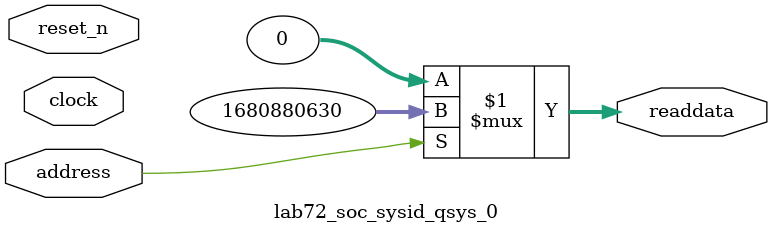
<source format=v>



// synthesis translate_off
`timescale 1ns / 1ps
// synthesis translate_on

// turn off superfluous verilog processor warnings 
// altera message_level Level1 
// altera message_off 10034 10035 10036 10037 10230 10240 10030 

module lab72_soc_sysid_qsys_0 (
               // inputs:
                address,
                clock,
                reset_n,

               // outputs:
                readdata
             )
;

  output  [ 31: 0] readdata;
  input            address;
  input            clock;
  input            reset_n;

  wire    [ 31: 0] readdata;
  //control_slave, which is an e_avalon_slave
  assign readdata = address ? 1680880630 : 0;

endmodule



</source>
